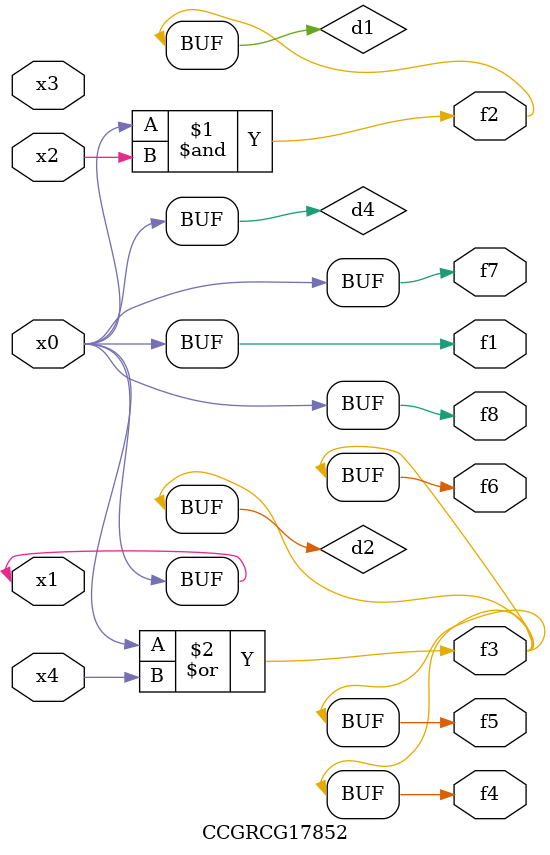
<source format=v>
module CCGRCG17852(
	input x0, x1, x2, x3, x4,
	output f1, f2, f3, f4, f5, f6, f7, f8
);

	wire d1, d2, d3, d4;

	and (d1, x0, x2);
	or (d2, x0, x4);
	nand (d3, x0, x2);
	buf (d4, x0, x1);
	assign f1 = d4;
	assign f2 = d1;
	assign f3 = d2;
	assign f4 = d2;
	assign f5 = d2;
	assign f6 = d2;
	assign f7 = d4;
	assign f8 = d4;
endmodule

</source>
